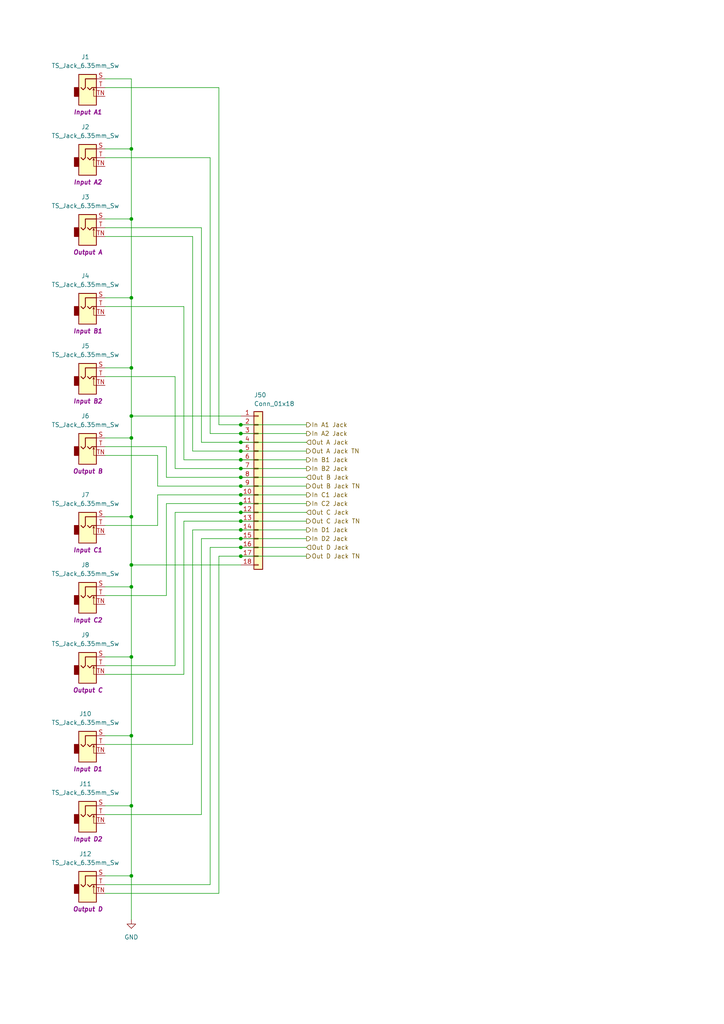
<source format=kicad_sch>
(kicad_sch (version 20250114) (generator "eeschema") (generator_version "9.0")
  (paper "A4" portrait)
  (title_block (company "DMH Instruments") (comment 1 "PCB for 5 cm Kosmo format synthesizer module"))
  (lib_symbols
    (symbol "Connector_Generic:Conn_01x18" (pin_names (offset 1.016) (hide yes))
      (property "Reference" "J" (at 0 22.86 0))
      (property "Value" "Conn_01x18" (at 0 -25.4 0))
      (symbol "Conn_01x18_1_1"
        (rectangle (start -1.27 21.59) (end 1.27 -24.13) (stroke (width 0.254)) (fill (type background)))
        (rectangle (start -1.27 20.447) (end 0 20.193) (stroke (width 0.1524)))
        (rectangle (start -1.27 17.907) (end 0 17.653) (stroke (width 0.1524)))
        (rectangle (start -1.27 15.367) (end 0 15.113) (stroke (width 0.1524)))
        (rectangle (start -1.27 12.827) (end 0 12.573) (stroke (width 0.1524)))
        (rectangle (start -1.27 10.287) (end 0 10.033) (stroke (width 0.1524)))
        (rectangle (start -1.27 7.747) (end 0 7.493) (stroke (width 0.1524)))
        (rectangle (start -1.27 5.207) (end 0 4.953) (stroke (width 0.1524)))
        (rectangle (start -1.27 2.667) (end 0 2.413) (stroke (width 0.1524)))
        (rectangle (start -1.27 0.127) (end 0 -0.127) (stroke (width 0.1524)))
        (rectangle (start -1.27 -2.413) (end 0 -2.667) (stroke (width 0.1524)))
        (rectangle (start -1.27 -4.953) (end 0 -5.207) (stroke (width 0.1524)))
        (rectangle (start -1.27 -7.493) (end 0 -7.747) (stroke (width 0.1524)))
        (rectangle (start -1.27 -10.033) (end 0 -10.287) (stroke (width 0.1524)))
        (rectangle (start -1.27 -12.573) (end 0 -12.827) (stroke (width 0.1524)))
        (rectangle (start -1.27 -15.113) (end 0 -15.367) (stroke (width 0.1524)))
        (rectangle (start -1.27 -17.653) (end 0 -17.907) (stroke (width 0.1524)))
        (rectangle (start -1.27 -20.193) (end 0 -20.447) (stroke (width 0.1524)))
        (rectangle (start -1.27 -22.733) (end 0 -22.987) (stroke (width 0.1524)))
        (pin passive line (at -5.08 20.32 0) (length 3.81) (name "Pin_1") (number "1"))
        (pin passive line (at -5.08 17.78 0) (length 3.81) (name "Pin_2") (number "2"))
        (pin passive line (at -5.08 15.24 0) (length 3.81) (name "Pin_3") (number "3"))
        (pin passive line (at -5.08 12.7 0) (length 3.81) (name "Pin_4") (number "4"))
        (pin passive line (at -5.08 10.16 0) (length 3.81) (name "Pin_5") (number "5"))
        (pin passive line (at -5.08 7.62 0) (length 3.81) (name "Pin_6") (number "6"))
        (pin passive line (at -5.08 5.08 0) (length 3.81) (name "Pin_7") (number "7"))
        (pin passive line (at -5.08 2.54 0) (length 3.81) (name "Pin_8") (number "8"))
        (pin passive line (at -5.08 0 0) (length 3.81) (name "Pin_9") (number "9"))
        (pin passive line (at -5.08 -2.54 0) (length 3.81) (name "Pin_10") (number "10"))
        (pin passive line (at -5.08 -5.08 0) (length 3.81) (name "Pin_11") (number "11"))
        (pin passive line (at -5.08 -7.62 0) (length 3.81) (name "Pin_12") (number "12"))
        (pin passive line (at -5.08 -10.16 0) (length 3.81) (name "Pin_13") (number "13"))
        (pin passive line (at -5.08 -12.7 0) (length 3.81) (name "Pin_14") (number "14"))
        (pin passive line (at -5.08 -15.24 0) (length 3.81) (name "Pin_15") (number "15"))
        (pin passive line (at -5.08 -17.78 0) (length 3.81) (name "Pin_16") (number "16"))
        (pin passive line (at -5.08 -20.32 0) (length 3.81) (name "Pin_17") (number "17"))
        (pin passive line (at -5.08 -22.86 0) (length 3.81) (name "Pin_18") (number "18"))
      )
    )
    (symbol "SynthStuff:TS_Jack_6.35mm_Sw"
      (property "Reference" "J" (at -0.635 8.89 0))
      (property "Value" "TS_Jack_6.35mm_Sw" (at -0.635 6.35 0))
      (symbol "TS_Jack_6.35mm_Sw_0_1"
        (rectangle (start -2.54 0) (end -3.81 -2.54) (stroke (width 0.254)) (fill (type outline)))
        (polyline (pts (xy 0 0) (xy 0.635 -0.635) (xy 1.27 0) (xy 2.54 0)) (stroke (width 0.254)))
        (polyline (pts (xy 1.778 -0.254) (xy 2.032 -0.762)))
        (rectangle (start 2.54 3.81) (end -2.54 -5.08) (stroke (width 0.254)) (fill (type background)))
        (polyline (pts (xy 2.54 2.54) (xy -0.635 2.54) (xy -0.635 0) (xy -1.27 -0.635) (xy -1.905 0)) (stroke (width 0.254)))
        (polyline (pts (xy 2.54 -2.54) (xy 1.778 -2.54) (xy 1.778 -0.254) (xy 1.524 -0.762)))
      )
      (symbol "TS_Jack_6.35mm_Sw_1_1"
        (pin passive line (at 5.08 2.54 180) (length 2.54) (name "~") (number "S"))
        (pin passive line (at 5.08 0 180) (length 2.54) (name "~") (number "T"))
        (pin passive line (at 5.08 -2.54 180) (length 2.54) (name "~") (number "TN"))
      )
    )
    (symbol "power:GND" (power) (pin_numbers (hide yes)) (pin_names (offset 0) (hide yes))
      (property "Value" "GND" (at 0 -3.81 0))
      (symbol "GND_0_1"
        (polyline (pts (xy 0 0) (xy 0 -1.27) (xy 1.27 -1.27) (xy 0 -2.54) (xy -1.27 -1.27) (xy 0 -1.27)))
      )
      (symbol "GND_1_1"
        (pin power_in line (at 0 0 270) (length 0) (name "~") (number "1"))
      )
    )
  )
  (junction (at 38.1 106.68))
  (junction (at 38.1 170.18))
  (junction (at 69.85 151.13))
  (junction (at 69.85 156.21))
  (junction (at 38.1 63.5))
  (junction (at 69.85 135.89))
  (junction (at 69.85 133.35))
  (junction (at 69.85 138.43))
  (junction (at 69.85 123.19))
  (junction (at 38.1 149.86))
  (junction (at 69.85 161.29))
  (junction (at 38.1 254))
  (junction (at 69.85 146.05))
  (junction (at 69.85 128.27))
  (junction (at 38.1 190.5))
  (junction (at 69.85 153.67))
  (junction (at 38.1 86.36))
  (junction (at 69.85 143.51))
  (junction (at 38.1 120.65))
  (junction (at 38.1 163.83))
  (junction (at 69.85 158.75))
  (junction (at 69.85 130.81))
  (junction (at 69.85 140.97))
  (junction (at 38.1 127))
  (junction (at 69.85 125.73))
  (junction (at 69.85 148.59))
  (junction (at 38.1 43.18))
  (junction (at 38.1 213.36))
  (junction (at 38.1 233.68))
  (wire (pts (xy 48.26 138.43) (xy 48.26 129.54)))
  (wire (pts (xy 55.88 153.67) (xy 69.85 153.67)))
  (wire (pts (xy 30.48 170.18) (xy 38.1 170.18)))
  (wire (pts (xy 69.85 158.75) (xy 88.9 158.75)))
  (wire (pts (xy 69.85 148.59) (xy 88.9 148.59)))
  (wire (pts (xy 30.48 66.04) (xy 58.42 66.04)))
  (wire (pts (xy 30.48 43.18) (xy 38.1 43.18)))
  (wire (pts (xy 69.85 138.43) (xy 48.26 138.43)))
  (wire (pts (xy 30.48 193.04) (xy 50.8 193.04)))
  (wire (pts (xy 48.26 146.05) (xy 69.85 146.05)))
  (wire (pts (xy 63.5 25.4) (xy 63.5 123.19)))
  (wire (pts (xy 60.96 256.54) (xy 60.96 158.75)))
  (wire (pts (xy 69.85 123.19) (xy 88.9 123.19)))
  (wire (pts (xy 30.48 25.4) (xy 63.5 25.4)))
  (wire (pts (xy 30.48 86.36) (xy 38.1 86.36)))
  (wire (pts (xy 38.1 149.86) (xy 38.1 163.83)))
  (wire (pts (xy 30.48 215.9) (xy 55.88 215.9)))
  (wire (pts (xy 38.1 213.36) (xy 38.1 233.68)))
  (wire (pts (xy 30.48 132.08) (xy 45.72 132.08)))
  (wire (pts (xy 69.85 161.29) (xy 88.9 161.29)))
  (wire (pts (xy 38.1 190.5) (xy 38.1 213.36)))
  (wire (pts (xy 30.48 22.86) (xy 38.1 22.86)))
  (wire (pts (xy 55.88 215.9) (xy 55.88 153.67)))
  (wire (pts (xy 38.1 106.68) (xy 38.1 120.65)))
  (wire (pts (xy 69.85 135.89) (xy 88.9 135.89)))
  (wire (pts (xy 69.85 151.13) (xy 88.9 151.13)))
  (wire (pts (xy 38.1 120.65) (xy 69.85 120.65)))
  (wire (pts (xy 55.88 68.58) (xy 30.48 68.58)))
  (wire (pts (xy 38.1 233.68) (xy 38.1 254)))
  (wire (pts (xy 38.1 43.18) (xy 38.1 63.5)))
  (wire (pts (xy 38.1 120.65) (xy 38.1 127)))
  (wire (pts (xy 69.85 140.97) (xy 88.9 140.97)))
  (wire (pts (xy 45.72 152.4) (xy 45.72 143.51)))
  (wire (pts (xy 60.96 45.72) (xy 60.96 125.73)))
  (wire (pts (xy 30.48 195.58) (xy 53.34 195.58)))
  (wire (pts (xy 48.26 129.54) (xy 30.48 129.54)))
  (wire (pts (xy 58.42 156.21) (xy 58.42 236.22)))
  (wire (pts (xy 69.85 156.21) (xy 58.42 156.21)))
  (wire (pts (xy 38.1 170.18) (xy 38.1 190.5)))
  (wire (pts (xy 30.48 256.54) (xy 60.96 256.54)))
  (wire (pts (xy 30.48 172.72) (xy 48.26 172.72)))
  (wire (pts (xy 45.72 140.97) (xy 69.85 140.97)))
  (wire (pts (xy 45.72 143.51) (xy 69.85 143.51)))
  (wire (pts (xy 53.34 151.13) (xy 69.85 151.13)))
  (wire (pts (xy 69.85 133.35) (xy 88.9 133.35)))
  (wire (pts (xy 50.8 135.89) (xy 69.85 135.89)))
  (wire (pts (xy 30.48 63.5) (xy 38.1 63.5)))
  (wire (pts (xy 30.48 233.68) (xy 38.1 233.68)))
  (wire (pts (xy 53.34 195.58) (xy 53.34 151.13)))
  (wire (pts (xy 50.8 193.04) (xy 50.8 148.59)))
  (wire (pts (xy 30.48 213.36) (xy 38.1 213.36)))
  (wire (pts (xy 30.48 190.5) (xy 38.1 190.5)))
  (wire (pts (xy 30.48 45.72) (xy 60.96 45.72)))
  (wire (pts (xy 63.5 123.19) (xy 69.85 123.19)))
  (wire (pts (xy 30.48 109.22) (xy 50.8 109.22)))
  (wire (pts (xy 69.85 138.43) (xy 88.9 138.43)))
  (wire (pts (xy 58.42 66.04) (xy 58.42 128.27)))
  (wire (pts (xy 60.96 125.73) (xy 69.85 125.73)))
  (wire (pts (xy 63.5 161.29) (xy 63.5 259.08)))
  (wire (pts (xy 30.48 259.08) (xy 63.5 259.08)))
  (wire (pts (xy 69.85 143.51) (xy 88.9 143.51)))
  (wire (pts (xy 45.72 132.08) (xy 45.72 140.97)))
  (wire (pts (xy 69.85 153.67) (xy 88.9 153.67)))
  (wire (pts (xy 50.8 109.22) (xy 50.8 135.89)))
  (wire (pts (xy 38.1 163.83) (xy 69.85 163.83)))
  (wire (pts (xy 38.1 254) (xy 38.1 266.7)))
  (wire (pts (xy 38.1 163.83) (xy 38.1 170.18)))
  (wire (pts (xy 69.85 130.81) (xy 55.88 130.81)))
  (wire (pts (xy 53.34 88.9) (xy 53.34 133.35)))
  (wire (pts (xy 30.48 149.86) (xy 38.1 149.86)))
  (wire (pts (xy 58.42 128.27) (xy 69.85 128.27)))
  (wire (pts (xy 38.1 22.86) (xy 38.1 43.18)))
  (wire (pts (xy 69.85 146.05) (xy 88.9 146.05)))
  (wire (pts (xy 38.1 86.36) (xy 38.1 106.68)))
  (wire (pts (xy 38.1 63.5) (xy 38.1 86.36)))
  (wire (pts (xy 69.85 156.21) (xy 88.9 156.21)))
  (wire (pts (xy 60.96 158.75) (xy 69.85 158.75)))
  (wire (pts (xy 69.85 125.73) (xy 88.9 125.73)))
  (wire (pts (xy 58.42 236.22) (xy 30.48 236.22)))
  (wire (pts (xy 30.48 106.68) (xy 38.1 106.68)))
  (wire (pts (xy 69.85 128.27) (xy 88.9 128.27)))
  (wire (pts (xy 30.48 88.9) (xy 53.34 88.9)))
  (wire (pts (xy 69.85 130.81) (xy 88.9 130.81)))
  (wire (pts (xy 38.1 254) (xy 30.48 254)))
  (wire (pts (xy 38.1 127) (xy 38.1 149.86)))
  (wire (pts (xy 53.34 133.35) (xy 69.85 133.35)))
  (wire (pts (xy 50.8 148.59) (xy 69.85 148.59)))
  (wire (pts (xy 55.88 130.81) (xy 55.88 68.58)))
  (wire (pts (xy 48.26 172.72) (xy 48.26 146.05)))
  (wire (pts (xy 30.48 152.4) (xy 45.72 152.4)))
  (wire (pts (xy 30.48 127) (xy 38.1 127)))
  (wire (pts (xy 69.85 161.29) (xy 63.5 161.29)))
  (hierarchical_label "In B1 Jack" (shape output) (at 88.9 133.35 0))
  (hierarchical_label "Out A Jack TN" (shape output) (at 88.9 130.81 0))
  (hierarchical_label "In C1 Jack" (shape output) (at 88.9 143.51 0))
  (hierarchical_label "In D1 Jack" (shape output) (at 88.9 153.67 0))
  (hierarchical_label "Out B Jack" (shape input) (at 88.9 138.43 0))
  (hierarchical_label "In A2 Jack" (shape output) (at 88.9 125.73 0))
  (hierarchical_label "Out D Jack TN" (shape output) (at 88.9 161.29 0))
  (hierarchical_label "Out C Jack TN" (shape output) (at 88.9 151.13 0))
  (hierarchical_label "In B2 Jack" (shape output) (at 88.9 135.89 0))
  (hierarchical_label "Out A Jack" (shape input) (at 88.9 128.27 0))
  (hierarchical_label "In C2 Jack" (shape output) (at 88.9 146.05 0))
  (hierarchical_label "In D2 Jack" (shape output) (at 88.9 156.21 0))
  (hierarchical_label "Out C Jack" (shape input) (at 88.9 148.59 0))
  (hierarchical_label "In A1 Jack" (shape output) (at 88.9 123.19 0))
  (hierarchical_label "Out B Jack TN" (shape output) (at 88.9 140.97 0))
  (hierarchical_label "Out D Jack" (shape input) (at 88.9 158.75 0))
  (symbol (lib_id "SynthStuff:TS_Jack_6.35mm_Sw") (at 25.4 152.4 0) (unit 1)
    (property "Reference" "J7" (at 24.765 143.51 0))
    (property "Value" "TS_Jack_6.35mm_Sw" (at 24.765 146.05 0))
    (property "Footprint" "SynthStuff:CUI_MJ-63052A" (effects (hide yes)))
    (property "Description" "Audio Jack, 2 Poles (Mono / TS), Switched T Pole (Normalling), 6.35mm, 1/4inch" (effects (hide yes)))
    (property "Function" "Input C1" (at 25.4 159.512 0) (effects (font (thickness 0.254) (bold yes) (italic yes))))
  )
  (symbol (lib_id "SynthStuff:TS_Jack_6.35mm_Sw") (at 25.4 236.22 0) (unit 1)
    (property "Reference" "J11" (at 24.765 227.33 0))
    (property "Value" "TS_Jack_6.35mm_Sw" (at 24.765 229.87 0))
    (property "Footprint" "SynthStuff:CUI_MJ-63052A" (effects (hide yes)))
    (property "Description" "Audio Jack, 2 Poles (Mono / TS), Switched T Pole (Normalling), 6.35mm, 1/4inch" (effects (hide yes)))
    (property "Function" "Input D2" (at 25.4 243.332 0) (effects (font (thickness 0.254) (bold yes) (italic yes))))
  )
  (symbol (lib_id "Connector_Generic:Conn_01x18") (at 74.93 140.97 0) (unit 1)
    (property "Reference" "J50" (at 73.66 114.554 0) (effects (justify left)))
    (property "Value" "Conn_01x18" (at 73.66 117.094 0) (effects (justify left)))
    (property "Footprint" "Connector_PinHeader_2.54mm:PinHeader_1x18_P2.54mm_Vertical" (effects (hide yes)))
    (property "Description" "Generic connector, single row, 01x18, script generated (kicad-library-utils/schlib/autogen/connector/)" (effects (hide yes)))
  )
  (symbol (lib_id "SynthStuff:TS_Jack_6.35mm_Sw") (at 25.4 129.54 0) (unit 1)
    (property "Reference" "J6" (at 24.765 120.65 0))
    (property "Value" "TS_Jack_6.35mm_Sw" (at 24.765 123.19 0))
    (property "Footprint" "SynthStuff:CUI_MJ-63052A" (effects (hide yes)))
    (property "Description" "Audio Jack, 2 Poles (Mono / TS), Switched T Pole (Normalling), 6.35mm, 1/4inch" (effects (hide yes)))
    (property "Function" "Output B" (at 25.4 136.652 0) (effects (font (thickness 0.254) (bold yes) (italic yes))))
  )
  (symbol (lib_id "SynthStuff:TS_Jack_6.35mm_Sw") (at 25.4 215.9 0) (unit 1)
    (property "Reference" "J10" (at 24.765 207.01 0))
    (property "Value" "TS_Jack_6.35mm_Sw" (at 24.765 209.55 0))
    (property "Footprint" "SynthStuff:CUI_MJ-63052A" (effects (hide yes)))
    (property "Description" "Audio Jack, 2 Poles (Mono / TS), Switched T Pole (Normalling), 6.35mm, 1/4inch" (effects (hide yes)))
    (property "Function" "Input D1" (at 25.4 223.012 0) (effects (font (thickness 0.254) (bold yes) (italic yes))))
  )
  (symbol (lib_id "SynthStuff:TS_Jack_6.35mm_Sw") (at 25.4 193.04 0) (unit 1)
    (property "Reference" "J9" (at 24.765 184.15 0))
    (property "Value" "TS_Jack_6.35mm_Sw" (at 24.765 186.69 0))
    (property "Footprint" "SynthStuff:CUI_MJ-63052A" (effects (hide yes)))
    (property "Description" "Audio Jack, 2 Poles (Mono / TS), Switched T Pole (Normalling), 6.35mm, 1/4inch" (effects (hide yes)))
    (property "Function" "Output C" (at 25.4 200.152 0) (effects (font (thickness 0.254) (bold yes) (italic yes))))
  )
  (symbol (lib_id "SynthStuff:TS_Jack_6.35mm_Sw") (at 25.4 88.9 0) (unit 1)
    (property "Reference" "J4" (at 24.765 80.01 0))
    (property "Value" "TS_Jack_6.35mm_Sw" (at 24.765 82.55 0))
    (property "Footprint" "SynthStuff:CUI_MJ-63052A" (effects (hide yes)))
    (property "Description" "Audio Jack, 2 Poles (Mono / TS), Switched T Pole (Normalling), 6.35mm, 1/4inch" (effects (hide yes)))
    (property "Function" "Input B1" (at 25.4 96.012 0) (effects (font (thickness 0.254) (bold yes) (italic yes))))
  )
  (symbol (lib_id "power:GND") (at 38.1 266.7 0) (unit 1)
    (property "Reference" "#PWR01" (effects (hide yes)))
    (property "Value" "GND" (at 38.1 271.78 0))
    (property "Description" "Power symbol creates a global label with name \"GND\" , ground" (effects (hide yes)))
  )
  (symbol (lib_id "SynthStuff:TS_Jack_6.35mm_Sw") (at 25.4 109.22 0) (unit 1)
    (property "Reference" "J5" (at 24.765 100.33 0))
    (property "Value" "TS_Jack_6.35mm_Sw" (at 24.765 102.87 0))
    (property "Footprint" "SynthStuff:CUI_MJ-63052A" (effects (hide yes)))
    (property "Description" "Audio Jack, 2 Poles (Mono / TS), Switched T Pole (Normalling), 6.35mm, 1/4inch" (effects (hide yes)))
    (property "Function" "Input B2" (at 25.4 116.332 0) (effects (font (thickness 0.254) (bold yes) (italic yes))))
  )
  (symbol (lib_id "SynthStuff:TS_Jack_6.35mm_Sw") (at 25.4 66.04 0) (unit 1)
    (property "Reference" "J3" (at 24.765 57.15 0))
    (property "Value" "TS_Jack_6.35mm_Sw" (at 24.765 59.69 0))
    (property "Footprint" "SynthStuff:CUI_MJ-63052A" (effects (hide yes)))
    (property "Description" "Audio Jack, 2 Poles (Mono / TS), Switched T Pole (Normalling), 6.35mm, 1/4inch" (effects (hide yes)))
    (property "Function" "Output A" (at 25.4 73.152 0) (effects (font (thickness 0.254) (bold yes) (italic yes))))
  )
  (symbol (lib_id "SynthStuff:TS_Jack_6.35mm_Sw") (at 25.4 256.54 0) (unit 1)
    (property "Reference" "J12" (at 24.765 247.65 0))
    (property "Value" "TS_Jack_6.35mm_Sw" (at 24.765 250.19 0))
    (property "Footprint" "SynthStuff:CUI_MJ-63052A" (effects (hide yes)))
    (property "Description" "Audio Jack, 2 Poles (Mono / TS), Switched T Pole (Normalling), 6.35mm, 1/4inch" (effects (hide yes)))
    (property "Function" "Output D" (at 25.4 263.652 0) (effects (font (thickness 0.254) (bold yes) (italic yes))))
  )
  (symbol (lib_id "SynthStuff:TS_Jack_6.35mm_Sw") (at 25.4 172.72 0) (unit 1)
    (property "Reference" "J8" (at 24.765 163.83 0))
    (property "Value" "TS_Jack_6.35mm_Sw" (at 24.765 166.37 0))
    (property "Footprint" "SynthStuff:CUI_MJ-63052A" (effects (hide yes)))
    (property "Description" "Audio Jack, 2 Poles (Mono / TS), Switched T Pole (Normalling), 6.35mm, 1/4inch" (effects (hide yes)))
    (property "Function" "Input C2" (at 25.4 179.832 0) (effects (font (thickness 0.254) (bold yes) (italic yes))))
  )
  (symbol (lib_id "SynthStuff:TS_Jack_6.35mm_Sw") (at 25.4 25.4 0) (unit 1)
    (property "Reference" "J1" (at 24.765 16.51 0))
    (property "Value" "TS_Jack_6.35mm_Sw" (at 24.765 19.05 0))
    (property "Footprint" "SynthStuff:CUI_MJ-63052A" (effects (hide yes)))
    (property "Description" "Audio Jack, 2 Poles (Mono / TS), Switched T Pole (Normalling), 6.35mm, 1/4inch" (effects (hide yes)))
    (property "Function" "Input A1" (at 25.4 32.512 0) (effects (font (thickness 0.254) (bold yes) (italic yes))))
  )
  (symbol (lib_id "SynthStuff:TS_Jack_6.35mm_Sw") (at 25.4 45.72 0) (unit 1)
    (property "Reference" "J2" (at 24.765 36.83 0))
    (property "Value" "TS_Jack_6.35mm_Sw" (at 24.765 39.37 0))
    (property "Footprint" "SynthStuff:CUI_MJ-63052A" (effects (hide yes)))
    (property "Description" "Audio Jack, 2 Poles (Mono / TS), Switched T Pole (Normalling), 6.35mm, 1/4inch" (effects (hide yes)))
    (property "Function" "Input A2" (at 25.4 52.832 0) (effects (font (thickness 0.254) (bold yes) (italic yes))))
  )
)
</source>
